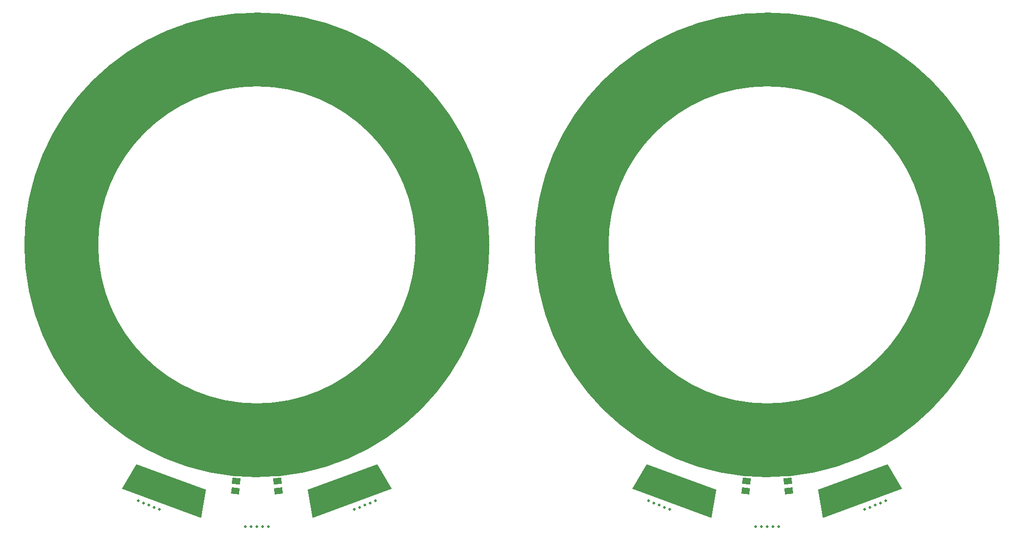
<source format=gbs>
G04 #@! TF.FileFunction,Soldermask,Bot*
%FSLAX46Y46*%
G04 Gerber Fmt 4.6, Leading zero omitted, Abs format (unit mm)*
G04 Created by KiCad (PCBNEW 4.0.2-1.fc23-product) date Sun 04 Sep 2016 23:35:13 BST*
%MOMM*%
G01*
G04 APERTURE LIST*
%ADD10C,0.150000*%
%ADD11C,13.000000*%
%ADD12C,0.500000*%
%ADD13C,1.100000*%
G04 APERTURE END LIST*
D10*
D11*
X139500000Y-95000000D02*
G75*
G03X139500000Y-95000000I-34500000J0D01*
G01*
X229500000Y-95000000D02*
G75*
G03X229500000Y-95000000I-34500000J0D01*
G01*
D10*
G36*
X126231895Y-133689785D02*
X128804920Y-138070372D01*
X114823595Y-143221348D01*
X113939589Y-138218495D01*
X126231895Y-133689785D01*
X126231895Y-133689785D01*
G37*
G36*
X96060411Y-138218495D02*
X95176405Y-143221348D01*
X81195080Y-138070372D01*
X83768105Y-133689785D01*
X96060411Y-138218495D01*
X96060411Y-138218495D01*
G37*
G36*
X107898467Y-136201432D02*
X109293140Y-136079414D01*
X109389011Y-137175228D01*
X107994338Y-137297246D01*
X107898467Y-136201432D01*
X107898467Y-136201432D01*
G37*
G36*
X108050989Y-137944772D02*
X109445662Y-137822754D01*
X109541533Y-138918568D01*
X108146860Y-139040586D01*
X108050989Y-137944772D01*
X108050989Y-137944772D01*
G37*
G36*
X100706860Y-136079414D02*
X102101533Y-136201432D01*
X102005662Y-137297246D01*
X100610989Y-137175228D01*
X100706860Y-136079414D01*
X100706860Y-136079414D01*
G37*
G36*
X100554338Y-137822754D02*
X101949011Y-137944772D01*
X101853140Y-139040586D01*
X100458467Y-138918568D01*
X100554338Y-137822754D01*
X100554338Y-137822754D01*
G37*
D12*
X133110000Y-123110000D03*
X133817107Y-122402893D03*
X134524214Y-121695786D03*
X132402893Y-123817107D03*
X131695786Y-124524214D03*
X141720000Y-110210000D03*
X142102683Y-109286120D03*
X142485367Y-108362241D03*
X141337317Y-111133880D03*
X140954633Y-112057759D03*
X144750000Y-95000000D03*
X144750000Y-94000000D03*
X144750000Y-93000000D03*
X144750000Y-96000000D03*
X144750000Y-97000000D03*
X141720000Y-79790000D03*
X141337317Y-78866120D03*
X140954633Y-77942241D03*
X142102683Y-80713880D03*
X142485367Y-81637759D03*
X133110000Y-66890000D03*
X132402893Y-66182893D03*
X131695786Y-65475786D03*
X133817107Y-67597107D03*
X134524214Y-68304214D03*
X120210000Y-58280000D03*
X119286120Y-57897317D03*
X118362241Y-57514633D03*
X121133880Y-58662683D03*
X122057759Y-59045367D03*
X105000000Y-55250000D03*
X104000000Y-55250000D03*
X103000000Y-55250000D03*
X106000000Y-55250000D03*
X107000000Y-55250000D03*
X89790000Y-58280000D03*
X88866120Y-58662683D03*
X87942241Y-59045367D03*
X90713880Y-57897317D03*
X91637759Y-57514633D03*
X76890000Y-66890000D03*
X76182893Y-67597107D03*
X75475786Y-68304214D03*
X77597107Y-66182893D03*
X78304214Y-65475786D03*
X68280000Y-79790000D03*
X67897317Y-80713880D03*
X67514633Y-81637759D03*
X68662683Y-78866120D03*
X69045367Y-77942241D03*
X65250000Y-95000000D03*
X65250000Y-96000000D03*
X65250000Y-97000000D03*
X65250000Y-94000000D03*
X65250000Y-93000000D03*
X68280000Y-110210000D03*
X68662683Y-111133880D03*
X69045367Y-112057759D03*
X67897317Y-109286120D03*
X67514633Y-108362241D03*
X76890000Y-123110000D03*
X77597107Y-123817107D03*
X78304214Y-124524214D03*
X76182893Y-122402893D03*
X75475786Y-121695786D03*
X85960000Y-140960000D03*
X86883880Y-141342683D03*
X87807759Y-141725367D03*
X85036120Y-140577317D03*
X84112241Y-140194633D03*
X105000000Y-144750000D03*
X106000000Y-144750000D03*
X107000000Y-144750000D03*
X104000000Y-144750000D03*
X103000000Y-144750000D03*
X124040000Y-140960000D03*
X124963880Y-140577317D03*
X125887759Y-140194633D03*
X123116120Y-141342683D03*
X122192241Y-141725367D03*
D10*
G36*
X216231895Y-133689785D02*
X218804920Y-138070372D01*
X204823595Y-143221348D01*
X203939589Y-138218495D01*
X216231895Y-133689785D01*
X216231895Y-133689785D01*
G37*
G36*
X186060411Y-138218495D02*
X185176405Y-143221348D01*
X171195080Y-138070372D01*
X173768105Y-133689785D01*
X186060411Y-138218495D01*
X186060411Y-138218495D01*
G37*
G36*
X197898467Y-136201432D02*
X199293140Y-136079414D01*
X199389011Y-137175228D01*
X197994338Y-137297246D01*
X197898467Y-136201432D01*
X197898467Y-136201432D01*
G37*
G36*
X198050989Y-137944772D02*
X199445662Y-137822754D01*
X199541533Y-138918568D01*
X198146860Y-139040586D01*
X198050989Y-137944772D01*
X198050989Y-137944772D01*
G37*
G36*
X190706860Y-136079414D02*
X192101533Y-136201432D01*
X192005662Y-137297246D01*
X190610989Y-137175228D01*
X190706860Y-136079414D01*
X190706860Y-136079414D01*
G37*
G36*
X190554338Y-137822754D02*
X191949011Y-137944772D01*
X191853140Y-139040586D01*
X190458467Y-138918568D01*
X190554338Y-137822754D01*
X190554338Y-137822754D01*
G37*
D12*
X223110000Y-123110000D03*
X223817107Y-122402893D03*
X224524214Y-121695786D03*
X222402893Y-123817107D03*
X221695786Y-124524214D03*
X231720000Y-110210000D03*
X232102683Y-109286120D03*
X232485367Y-108362241D03*
X231337317Y-111133880D03*
X230954633Y-112057759D03*
X234750000Y-95000000D03*
X234750000Y-94000000D03*
X234750000Y-93000000D03*
X234750000Y-96000000D03*
X234750000Y-97000000D03*
X231720000Y-79790000D03*
X231337317Y-78866120D03*
X230954633Y-77942241D03*
X232102683Y-80713880D03*
X232485367Y-81637759D03*
X223110000Y-66890000D03*
X222402893Y-66182893D03*
X221695786Y-65475786D03*
X223817107Y-67597107D03*
X224524214Y-68304214D03*
X210210000Y-58280000D03*
X209286120Y-57897317D03*
X208362241Y-57514633D03*
X211133880Y-58662683D03*
X212057759Y-59045367D03*
X195000000Y-55250000D03*
X194000000Y-55250000D03*
X193000000Y-55250000D03*
X196000000Y-55250000D03*
X197000000Y-55250000D03*
X179790000Y-58280000D03*
X178866120Y-58662683D03*
X177942241Y-59045367D03*
X180713880Y-57897317D03*
X181637759Y-57514633D03*
X166890000Y-66890000D03*
X166182893Y-67597107D03*
X165475786Y-68304214D03*
X167597107Y-66182893D03*
X168304214Y-65475786D03*
X158280000Y-79790000D03*
X157897317Y-80713880D03*
X157514633Y-81637759D03*
X158662683Y-78866120D03*
X159045367Y-77942241D03*
X155250000Y-95000000D03*
X155250000Y-96000000D03*
X155250000Y-97000000D03*
X155250000Y-94000000D03*
X155250000Y-93000000D03*
X158280000Y-110210000D03*
X158662683Y-111133880D03*
X159045367Y-112057759D03*
X157897317Y-109286120D03*
X157514633Y-108362241D03*
X166890000Y-123110000D03*
X167597107Y-123817107D03*
X168304214Y-124524214D03*
X166182893Y-122402893D03*
X165475786Y-121695786D03*
X175960000Y-140960000D03*
X176883880Y-141342683D03*
X177807759Y-141725367D03*
X175036120Y-140577317D03*
X174112241Y-140194633D03*
X195000000Y-144750000D03*
X196000000Y-144750000D03*
X197000000Y-144750000D03*
X194000000Y-144750000D03*
X193000000Y-144750000D03*
X214040000Y-140960000D03*
X214963880Y-140577317D03*
X215887759Y-140194633D03*
X213116120Y-141342683D03*
X212192241Y-141725367D03*
D13*
X105000000Y-127000000D03*
X195000000Y-127000000D03*
M02*

</source>
